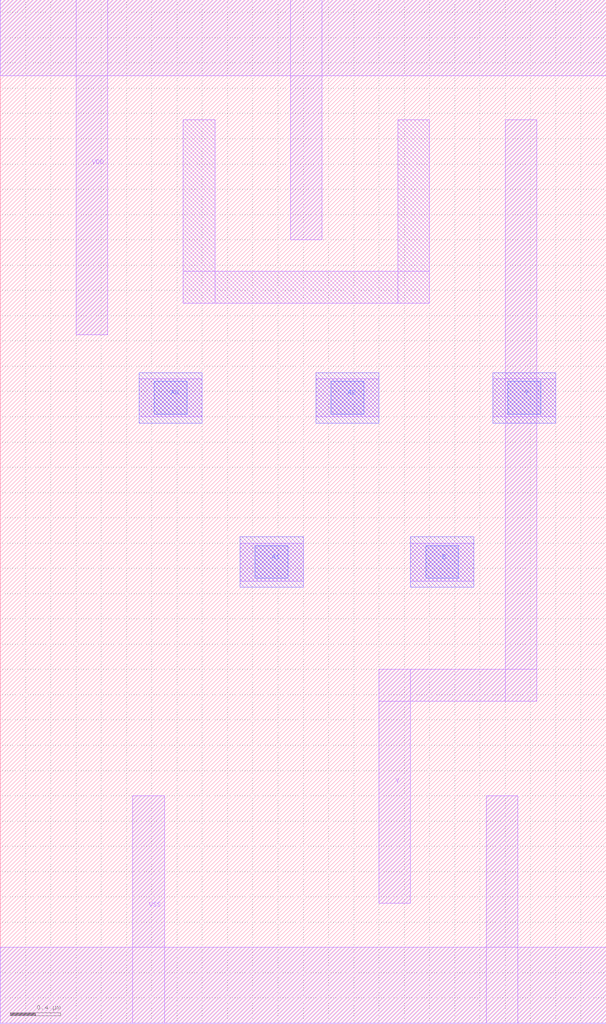
<source format=lef>
# Copyright 2022 Google LLC
# Licensed under the Apache License, Version 2.0 (the "License");
# you may not use this file except in compliance with the License.
# You may obtain a copy of the License at
#
#      http://www.apache.org/licenses/LICENSE-2.0
#
# Unless required by applicable law or agreed to in writing, software
# distributed under the License is distributed on an "AS IS" BASIS,
# WITHOUT WARRANTIES OR CONDITIONS OF ANY KIND, either express or implied.
# See the License for the specific language governing permissions and
# limitations under the License.
VERSION 5.7 ;
BUSBITCHARS "[]" ;
DIVIDERCHAR "/" ;

MACRO gf180mcu_osu_sc_gp12t3v3__aoi31_1
  CLASS CORE ;
  ORIGIN 0 0 ;
  FOREIGN gf180mcu_osu_sc_gp12t3v3__aoi31_1 0 0 ;
  SIZE 4.8 BY 8.1 ;
  SYMMETRY X Y ;
  SITE GF180_3p3_12t ;
  PIN VDD
    DIRECTION INOUT ;
    USE POWER ;
    SHAPE ABUTMENT ;
    PORT
      LAYER MET1 ;
        RECT 0 7.5 4.8 8.1 ;
        RECT 2.3 6.2 2.55 8.1 ;
        RECT 0.6 5.45 0.85 8.1 ;
    END
  END VDD
  PIN VSS
    DIRECTION INOUT ;
    USE GROUND ;
    PORT
      LAYER MET1 ;
        RECT 0 0 4.8 0.6 ;
        RECT 3.85 0 4.1 1.8 ;
        RECT 1.05 0 1.3 1.8 ;
    END
  END VSS
  PIN A0
    DIRECTION INPUT ;
    USE SIGNAL ;
    PORT
      LAYER MET1 ;
        RECT 1.1 4.8 1.6 5.1 ;
      LAYER MET2 ;
        RECT 1.1 4.75 1.6 5.15 ;
      LAYER VIA12 ;
        RECT 1.22 4.82 1.48 5.08 ;
    END
  END A0
  PIN A1
    DIRECTION INPUT ;
    USE SIGNAL ;
    PORT
      LAYER MET1 ;
        RECT 1.9 3.5 2.4 3.8 ;
      LAYER MET2 ;
        RECT 1.9 3.45 2.4 3.85 ;
      LAYER VIA12 ;
        RECT 2.02 3.52 2.28 3.78 ;
    END
  END A1
  PIN A2
    DIRECTION INPUT ;
    USE SIGNAL ;
    PORT
      LAYER MET1 ;
        RECT 2.5 4.8 3 5.1 ;
      LAYER MET2 ;
        RECT 2.5 4.75 3 5.15 ;
      LAYER VIA12 ;
        RECT 2.62 4.82 2.88 5.08 ;
    END
  END A2
  PIN B
    DIRECTION INPUT ;
    USE SIGNAL ;
    PORT
      LAYER MET1 ;
        RECT 3.25 3.5 3.75 3.8 ;
      LAYER MET2 ;
        RECT 3.25 3.45 3.75 3.85 ;
      LAYER VIA12 ;
        RECT 3.37 3.52 3.63 3.78 ;
    END
  END B
  PIN Y
    DIRECTION OUTPUT ;
    USE SIGNAL ;
    PORT
      LAYER MET1 ;
        RECT 3.9 4.8 4.4 5.1 ;
        RECT 4 2.55 4.25 7.15 ;
        RECT 3 2.55 4.25 2.8 ;
        RECT 3 0.95 3.25 2.8 ;
      LAYER MET2 ;
        RECT 3.9 4.75 4.4 5.15 ;
      LAYER VIA12 ;
        RECT 4.02 4.82 4.28 5.08 ;
    END
  END Y
  OBS
    LAYER MET1 ;
      RECT 3.15 5.7 3.4 7.15 ;
      RECT 1.45 5.7 1.7 7.15 ;
      RECT 1.45 5.7 3.4 5.95 ;
  END
END gf180mcu_osu_sc_gp12t3v3__aoi31_1

</source>
